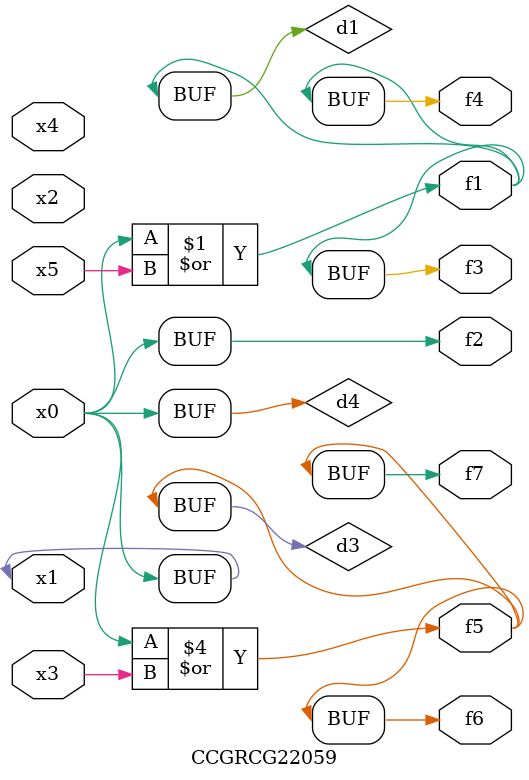
<source format=v>
module CCGRCG22059(
	input x0, x1, x2, x3, x4, x5,
	output f1, f2, f3, f4, f5, f6, f7
);

	wire d1, d2, d3, d4;

	or (d1, x0, x5);
	xnor (d2, x1, x4);
	or (d3, x0, x3);
	buf (d4, x0, x1);
	assign f1 = d1;
	assign f2 = d4;
	assign f3 = d1;
	assign f4 = d1;
	assign f5 = d3;
	assign f6 = d3;
	assign f7 = d3;
endmodule

</source>
